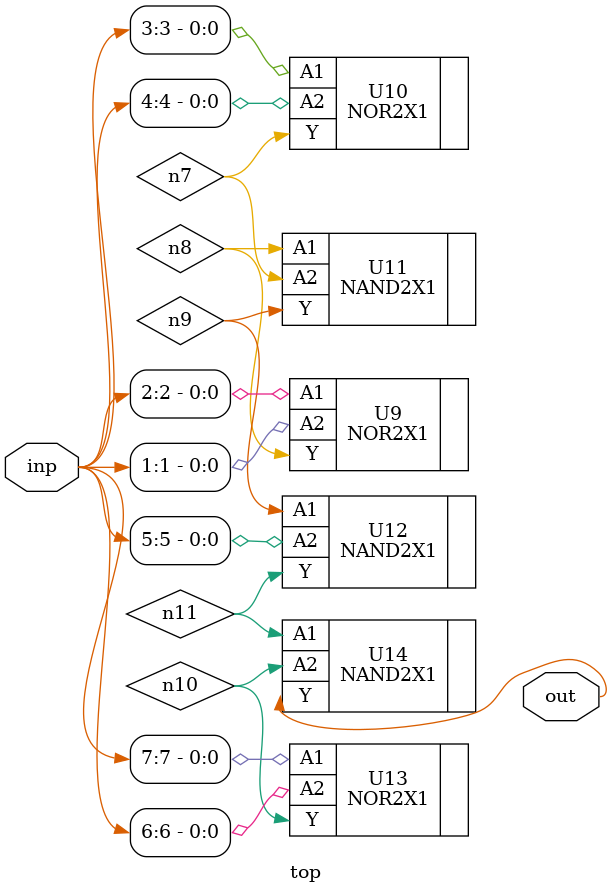
<source format=sv>


module top ( inp, out );
  input [7:0] inp;
  output out;
  wire   n7, n8, n9, n10, n11;

  NOR2X1 U9 ( .A1(inp[2]), .A2(inp[1]), .Y(n8) );
  NOR2X1 U10 ( .A1(inp[3]), .A2(inp[4]), .Y(n7) );
  NAND2X1 U11 ( .A1(n8), .A2(n7), .Y(n9) );
  NAND2X1 U12 ( .A1(n9), .A2(inp[5]), .Y(n11) );
  NOR2X1 U13 ( .A1(inp[7]), .A2(inp[6]), .Y(n10) );
  NAND2X1 U14 ( .A1(n11), .A2(n10), .Y(out) );
endmodule


</source>
